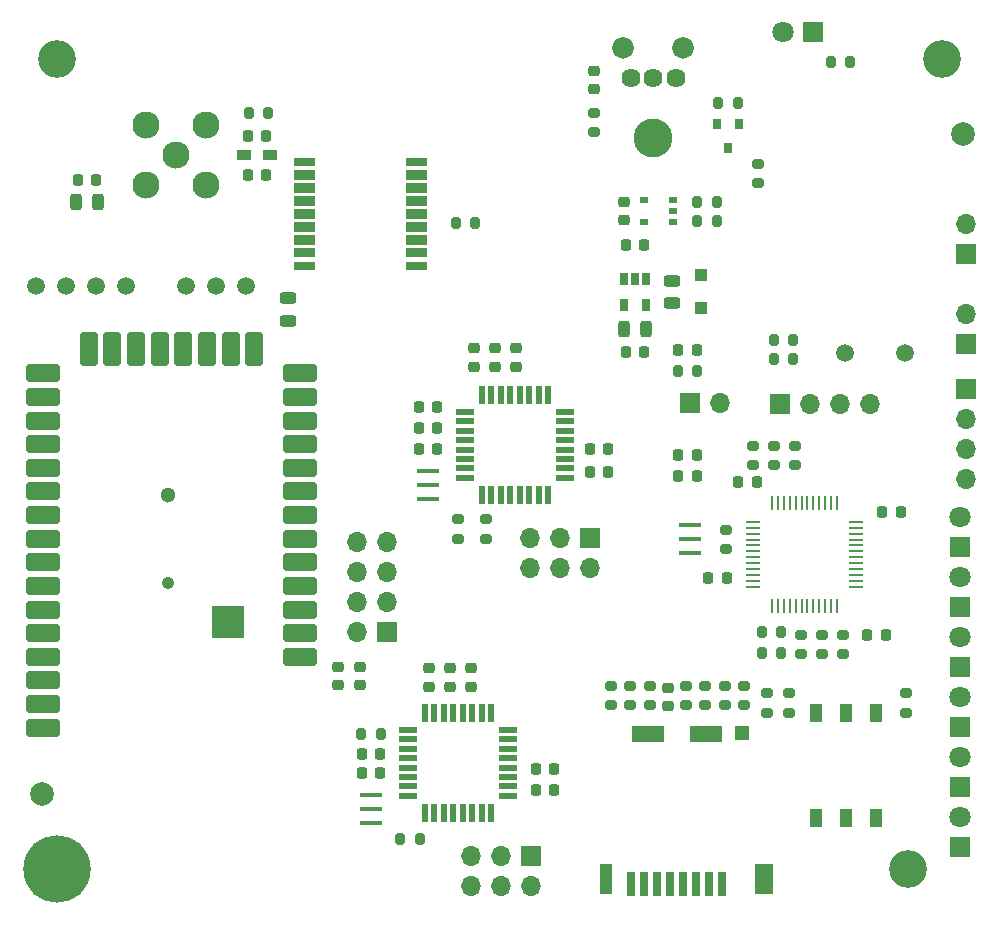
<source format=gbr>
G04 #@! TF.GenerationSoftware,KiCad,Pcbnew,(6.0.7)*
G04 #@! TF.CreationDate,2022-09-05T18:06:52-05:00*
G04 #@! TF.ProjectId,control_pcb,636f6e74-726f-46c5-9f70-63622e6b6963,3.1*
G04 #@! TF.SameCoordinates,Original*
G04 #@! TF.FileFunction,Soldermask,Top*
G04 #@! TF.FilePolarity,Negative*
%FSLAX46Y46*%
G04 Gerber Fmt 4.6, Leading zero omitted, Abs format (unit mm)*
G04 Created by KiCad (PCBNEW (6.0.7)) date 2022-09-05 18:06:52*
%MOMM*%
%LPD*%
G01*
G04 APERTURE LIST*
G04 Aperture macros list*
%AMRoundRect*
0 Rectangle with rounded corners*
0 $1 Rounding radius*
0 $2 $3 $4 $5 $6 $7 $8 $9 X,Y pos of 4 corners*
0 Add a 4 corners polygon primitive as box body*
4,1,4,$2,$3,$4,$5,$6,$7,$8,$9,$2,$3,0*
0 Add four circle primitives for the rounded corners*
1,1,$1+$1,$2,$3*
1,1,$1+$1,$4,$5*
1,1,$1+$1,$6,$7*
1,1,$1+$1,$8,$9*
0 Add four rect primitives between the rounded corners*
20,1,$1+$1,$2,$3,$4,$5,0*
20,1,$1+$1,$4,$5,$6,$7,0*
20,1,$1+$1,$6,$7,$8,$9,0*
20,1,$1+$1,$8,$9,$2,$3,0*%
G04 Aperture macros list end*
%ADD10O,1.700000X1.700000*%
%ADD11R,1.700000X1.700000*%
%ADD12R,0.250000X1.300000*%
%ADD13R,1.300000X0.250000*%
%ADD14R,0.700000X2.000000*%
%ADD15R,1.000000X2.600000*%
%ADD16R,1.500000X2.600000*%
%ADD17R,2.700000X1.400000*%
%ADD18R,1.200000X1.200000*%
%ADD19RoundRect,0.225000X0.250000X-0.225000X0.250000X0.225000X-0.250000X0.225000X-0.250000X-0.225000X0*%
%ADD20RoundRect,0.200000X0.275000X-0.200000X0.275000X0.200000X-0.275000X0.200000X-0.275000X-0.200000X0*%
%ADD21RoundRect,0.200000X-0.275000X0.200000X-0.275000X-0.200000X0.275000X-0.200000X0.275000X0.200000X0*%
%ADD22RoundRect,0.225000X0.225000X0.250000X-0.225000X0.250000X-0.225000X-0.250000X0.225000X-0.250000X0*%
%ADD23C,2.300000*%
%ADD24C,1.050000*%
%ADD25C,1.300000*%
%ADD26C,1.500000*%
%ADD27R,1.200000X0.900000*%
%ADD28C,1.620000*%
%ADD29C,1.830000*%
%ADD30C,3.300000*%
%ADD31R,0.800000X0.550000*%
%ADD32R,1.800000X0.700000*%
%ADD33R,1.800000X0.800000*%
%ADD34C,3.200000*%
%ADD35C,5.700000*%
%ADD36R,1.100000X1.500000*%
%ADD37R,0.800000X0.900000*%
%ADD38RoundRect,0.218750X0.218750X0.256250X-0.218750X0.256250X-0.218750X-0.256250X0.218750X-0.256250X0*%
%ADD39RoundRect,0.218750X-0.218750X-0.256250X0.218750X-0.256250X0.218750X0.256250X-0.218750X0.256250X0*%
%ADD40RoundRect,0.243750X-0.456250X0.243750X-0.456250X-0.243750X0.456250X-0.243750X0.456250X0.243750X0*%
%ADD41RoundRect,0.243750X0.243750X0.456250X-0.243750X0.456250X-0.243750X-0.456250X0.243750X-0.456250X0*%
%ADD42R,1.100000X1.100000*%
%ADD43RoundRect,0.200000X-0.200000X-0.275000X0.200000X-0.275000X0.200000X0.275000X-0.200000X0.275000X0*%
%ADD44RoundRect,0.218750X-0.256250X0.218750X-0.256250X-0.218750X0.256250X-0.218750X0.256250X0.218750X0*%
%ADD45R,1.600000X0.550000*%
%ADD46R,0.550000X1.600000*%
%ADD47R,0.650000X1.060000*%
%ADD48R,1.900000X0.400000*%
%ADD49RoundRect,0.225000X-0.225000X-0.250000X0.225000X-0.250000X0.225000X0.250000X-0.225000X0.250000X0*%
%ADD50RoundRect,0.225000X-0.250000X0.225000X-0.250000X-0.225000X0.250000X-0.225000X0.250000X0.225000X0*%
%ADD51C,2.000000*%
%ADD52RoundRect,0.200000X0.200000X0.275000X-0.200000X0.275000X-0.200000X-0.275000X0.200000X-0.275000X0*%
%ADD53RoundRect,0.152000X1.248000X0.608000X-1.248000X0.608000X-1.248000X-0.608000X1.248000X-0.608000X0*%
%ADD54RoundRect,0.152000X0.608000X1.248000X-0.608000X1.248000X-0.608000X-1.248000X0.608000X-1.248000X0*%
%ADD55RoundRect,0.279000X1.116000X1.116000X-1.116000X1.116000X-1.116000X-1.116000X1.116000X-1.116000X0*%
%ADD56R,1.800000X1.800000*%
%ADD57C,1.800000*%
%ADD58C,1.509000*%
G04 APERTURE END LIST*
G36*
X99274000Y-118161000D02*
G01*
X97474000Y-118161000D01*
X97474000Y-117461000D01*
X99274000Y-117461000D01*
X99274000Y-118161000D01*
G37*
G36*
X99274000Y-117111000D02*
G01*
X97474000Y-117111000D01*
X97474000Y-116311000D01*
X99274000Y-116311000D01*
X99274000Y-117111000D01*
G37*
G36*
X99274000Y-116011000D02*
G01*
X97474000Y-116011000D01*
X97474000Y-115211000D01*
X99274000Y-115211000D01*
X99274000Y-116011000D01*
G37*
G36*
X99274000Y-114911000D02*
G01*
X97474000Y-114911000D01*
X97474000Y-114111000D01*
X99274000Y-114111000D01*
X99274000Y-114911000D01*
G37*
G36*
X99274000Y-113811000D02*
G01*
X97474000Y-113811000D01*
X97474000Y-113011000D01*
X99274000Y-113011000D01*
X99274000Y-113811000D01*
G37*
G36*
X99274000Y-112711000D02*
G01*
X97474000Y-112711000D01*
X97474000Y-111911000D01*
X99274000Y-111911000D01*
X99274000Y-112711000D01*
G37*
G36*
X99274000Y-111611000D02*
G01*
X97474000Y-111611000D01*
X97474000Y-110811000D01*
X99274000Y-110811000D01*
X99274000Y-111611000D01*
G37*
G36*
X99274000Y-110511000D02*
G01*
X97474000Y-110511000D01*
X97474000Y-109711000D01*
X99274000Y-109711000D01*
X99274000Y-110511000D01*
G37*
G36*
X99274000Y-109361000D02*
G01*
X97474000Y-109361000D01*
X97474000Y-108661000D01*
X99274000Y-108661000D01*
X99274000Y-109361000D01*
G37*
G36*
X108774000Y-109361000D02*
G01*
X106974000Y-109361000D01*
X106974000Y-108661000D01*
X108774000Y-108661000D01*
X108774000Y-109361000D01*
G37*
G36*
X108774000Y-110511000D02*
G01*
X106974000Y-110511000D01*
X106974000Y-109711000D01*
X108774000Y-109711000D01*
X108774000Y-110511000D01*
G37*
G36*
X108774000Y-111611000D02*
G01*
X106974000Y-111611000D01*
X106974000Y-110811000D01*
X108774000Y-110811000D01*
X108774000Y-111611000D01*
G37*
G36*
X108774000Y-112711000D02*
G01*
X106974000Y-112711000D01*
X106974000Y-111911000D01*
X108774000Y-111911000D01*
X108774000Y-112711000D01*
G37*
G36*
X108774000Y-113811000D02*
G01*
X106974000Y-113811000D01*
X106974000Y-113011000D01*
X108774000Y-113011000D01*
X108774000Y-113811000D01*
G37*
G36*
X108774000Y-114911000D02*
G01*
X106974000Y-114911000D01*
X106974000Y-114111000D01*
X108774000Y-114111000D01*
X108774000Y-114911000D01*
G37*
G36*
X108774000Y-116011000D02*
G01*
X106974000Y-116011000D01*
X106974000Y-115211000D01*
X108774000Y-115211000D01*
X108774000Y-116011000D01*
G37*
G36*
X108774000Y-117111000D02*
G01*
X106974000Y-117111000D01*
X106974000Y-116311000D01*
X108774000Y-116311000D01*
X108774000Y-117111000D01*
G37*
G36*
X108774000Y-118161000D02*
G01*
X106974000Y-118161000D01*
X106974000Y-117461000D01*
X108774000Y-117461000D01*
X108774000Y-118161000D01*
G37*
D10*
X154432000Y-135890000D03*
X154432000Y-133350000D03*
X154432000Y-130810000D03*
D11*
X154432000Y-128270000D03*
D12*
X137966000Y-137890000D03*
X138466000Y-137890000D03*
X138966000Y-137890000D03*
X139466000Y-137890000D03*
X139966000Y-137890000D03*
X140466000Y-137890000D03*
X140966000Y-137890000D03*
X141466000Y-137890000D03*
X141966000Y-137890000D03*
X142466000Y-137890000D03*
X142966000Y-137890000D03*
X143466000Y-137890000D03*
D13*
X145066000Y-139490000D03*
X145066000Y-139990000D03*
X145066000Y-140490000D03*
X145066000Y-140990000D03*
X145066000Y-141490000D03*
X145066000Y-141990000D03*
X145066000Y-142490000D03*
X145066000Y-142990000D03*
X145066000Y-143490000D03*
X145066000Y-143990000D03*
X145066000Y-144490000D03*
X145066000Y-144990000D03*
D12*
X143466000Y-146590000D03*
X142966000Y-146590000D03*
X142466000Y-146590000D03*
X141966000Y-146590000D03*
X141466000Y-146590000D03*
X140966000Y-146590000D03*
X140466000Y-146590000D03*
X139966000Y-146590000D03*
X139466000Y-146590000D03*
X138966000Y-146590000D03*
X138466000Y-146590000D03*
X137966000Y-146590000D03*
D13*
X136366000Y-144990000D03*
X136366000Y-144490000D03*
X136366000Y-143990000D03*
X136366000Y-143490000D03*
X136366000Y-142990000D03*
X136366000Y-142490000D03*
X136366000Y-141990000D03*
X136366000Y-141490000D03*
X136366000Y-140990000D03*
X136366000Y-140490000D03*
X136366000Y-139990000D03*
X136366000Y-139490000D03*
D14*
X126042001Y-170195001D03*
X127142001Y-170195001D03*
X128242001Y-170195001D03*
X129342001Y-170195001D03*
X130442001Y-170195001D03*
X131542001Y-170195001D03*
X132642001Y-170195001D03*
X133742001Y-170195001D03*
D15*
X123942001Y-169695001D03*
D16*
X137292001Y-169695001D03*
D17*
X132342001Y-157495001D03*
X127442001Y-157495001D03*
D18*
X135392001Y-157395001D03*
D19*
X129159000Y-155080000D03*
X129159000Y-153530000D03*
D20*
X124333000Y-153353000D03*
X124333000Y-155003000D03*
X127635000Y-153353000D03*
X127635000Y-155003000D03*
X130683000Y-153353000D03*
X130683000Y-155003000D03*
X132334000Y-155003000D03*
X132334000Y-153353000D03*
X125984000Y-155003000D03*
X125984000Y-153353000D03*
X133985000Y-155003000D03*
X133985000Y-153353000D03*
D21*
X134112000Y-140145000D03*
X134112000Y-141795000D03*
D22*
X130035000Y-124968000D03*
X131585000Y-124968000D03*
X148857000Y-138684000D03*
X147307000Y-138684000D03*
D21*
X137541000Y-153988000D03*
X137541000Y-155638000D03*
D23*
X84963000Y-105918000D03*
X90043000Y-105918000D03*
X84963000Y-110998000D03*
X90043000Y-110998000D03*
X87503000Y-108458000D03*
D24*
X86868000Y-144695000D03*
D25*
X86868000Y-137245000D03*
D26*
X144185000Y-125222000D03*
X149185000Y-125222000D03*
D10*
X133604000Y-129413000D03*
D11*
X131064000Y-129413000D03*
X138684000Y-129540000D03*
D10*
X141224000Y-129540000D03*
X143764000Y-129540000D03*
X146304000Y-129540000D03*
D27*
X95461000Y-108458000D03*
X93261000Y-108458000D03*
D28*
X129797001Y-101887001D03*
X127892001Y-101887001D03*
X125987001Y-101887001D03*
D29*
X125352001Y-99347001D03*
X130432001Y-99347001D03*
D30*
X127892001Y-106967001D03*
D31*
X129550000Y-114114001D03*
X129550000Y-113164001D03*
X129550000Y-112214001D03*
X127150000Y-112214001D03*
X127150000Y-114114001D03*
D32*
X107874000Y-117811000D03*
D33*
X107874000Y-116711000D03*
X107874000Y-115611000D03*
X107874000Y-114511000D03*
X107874000Y-113411000D03*
X107874000Y-112311000D03*
X107874000Y-111211000D03*
X107874000Y-110111000D03*
D32*
X107874000Y-109011000D03*
X98374000Y-109011000D03*
D33*
X98374000Y-110111000D03*
X98374000Y-111211000D03*
X98374000Y-112311000D03*
X98374000Y-113411000D03*
X98374000Y-114511000D03*
X98374000Y-115611000D03*
X98374000Y-116711000D03*
D32*
X98374000Y-117811000D03*
D34*
X77470000Y-100330000D03*
X152400000Y-100330000D03*
X149479000Y-168910000D03*
D35*
X77470000Y-168910000D03*
D36*
X141732000Y-164597000D03*
X144272000Y-164597000D03*
X146812000Y-164597000D03*
X146812000Y-155697000D03*
X144272000Y-155697000D03*
X141732000Y-155697000D03*
D37*
X134239000Y-107807000D03*
X133289000Y-105807000D03*
X135189000Y-105807000D03*
D38*
X108051500Y-133350000D03*
X109626500Y-133350000D03*
D39*
X122529500Y-135255000D03*
X124104500Y-135255000D03*
D38*
X108051500Y-131572000D03*
X109626500Y-131572000D03*
D39*
X124104500Y-133350000D03*
X122529500Y-133350000D03*
D38*
X104800500Y-159131000D03*
X103225500Y-159131000D03*
D39*
X119532500Y-162179000D03*
X117957500Y-162179000D03*
D38*
X104800500Y-160782000D03*
X103225500Y-160782000D03*
D39*
X117957500Y-160401000D03*
X119532500Y-160401000D03*
D40*
X129463800Y-119077500D03*
X129463800Y-120952500D03*
D41*
X125427500Y-123190000D03*
X127302500Y-123190000D03*
D38*
X127152500Y-125095000D03*
X125577500Y-125095000D03*
D42*
X131927600Y-118615000D03*
X131927600Y-121415000D03*
D11*
X122555000Y-140843000D03*
D10*
X122555000Y-143383000D03*
X120015000Y-140843000D03*
X120015000Y-143383000D03*
X117475000Y-140843000D03*
X117475000Y-143383000D03*
X112522000Y-170307000D03*
X112522000Y-167767000D03*
X115062000Y-170307000D03*
X115062000Y-167767000D03*
X117602000Y-170307000D03*
D11*
X117602000Y-167767000D03*
D43*
X138747000Y-148844000D03*
X137097000Y-148844000D03*
X137097000Y-150622000D03*
X138747000Y-150622000D03*
D38*
X131597500Y-133858000D03*
X130022500Y-133858000D03*
X131597500Y-135636000D03*
X130022500Y-135636000D03*
D43*
X142939000Y-100584000D03*
X144589000Y-100584000D03*
D44*
X116332000Y-124815500D03*
X116332000Y-126390500D03*
X114554000Y-126390500D03*
X114554000Y-124815500D03*
X112776000Y-124815500D03*
X112776000Y-126390500D03*
D39*
X109626500Y-129794000D03*
X108051500Y-129794000D03*
D20*
X111379000Y-139256000D03*
X111379000Y-140906000D03*
X113792000Y-140906000D03*
X113792000Y-139256000D03*
D44*
X112522000Y-153441500D03*
X112522000Y-151866500D03*
X110744000Y-151866500D03*
X110744000Y-153441500D03*
X108966000Y-153441500D03*
X108966000Y-151866500D03*
D43*
X104838000Y-157480000D03*
X103188000Y-157480000D03*
X106490000Y-166370000D03*
X108140000Y-166370000D03*
D38*
X127152500Y-116078000D03*
X125577500Y-116078000D03*
D45*
X111955000Y-130169000D03*
X111955000Y-130969000D03*
X111955000Y-131769000D03*
X111955000Y-132569000D03*
X111955000Y-133369000D03*
X111955000Y-134169000D03*
X111955000Y-134969000D03*
X111955000Y-135769000D03*
D46*
X113405000Y-137219000D03*
X114205000Y-137219000D03*
X115005000Y-137219000D03*
X115805000Y-137219000D03*
X116605000Y-137219000D03*
X117405000Y-137219000D03*
X118205000Y-137219000D03*
X119005000Y-137219000D03*
D45*
X120455000Y-135769000D03*
X120455000Y-134969000D03*
X120455000Y-134169000D03*
X120455000Y-133369000D03*
X120455000Y-132569000D03*
X120455000Y-131769000D03*
X120455000Y-130969000D03*
X120455000Y-130169000D03*
D46*
X119005000Y-128719000D03*
X118205000Y-128719000D03*
X117405000Y-128719000D03*
X116605000Y-128719000D03*
X115805000Y-128719000D03*
X115005000Y-128719000D03*
X114205000Y-128719000D03*
X113405000Y-128719000D03*
X108579000Y-155643000D03*
X109379000Y-155643000D03*
X110179000Y-155643000D03*
X110979000Y-155643000D03*
X111779000Y-155643000D03*
X112579000Y-155643000D03*
X113379000Y-155643000D03*
X114179000Y-155643000D03*
D45*
X115629000Y-157093000D03*
X115629000Y-157893000D03*
X115629000Y-158693000D03*
X115629000Y-159493000D03*
X115629000Y-160293000D03*
X115629000Y-161093000D03*
X115629000Y-161893000D03*
X115629000Y-162693000D03*
D46*
X114179000Y-164143000D03*
X113379000Y-164143000D03*
X112579000Y-164143000D03*
X111779000Y-164143000D03*
X110979000Y-164143000D03*
X110179000Y-164143000D03*
X109379000Y-164143000D03*
X108579000Y-164143000D03*
D45*
X107129000Y-162693000D03*
X107129000Y-161893000D03*
X107129000Y-161093000D03*
X107129000Y-160293000D03*
X107129000Y-159493000D03*
X107129000Y-158693000D03*
X107129000Y-157893000D03*
X107129000Y-157093000D03*
D47*
X127315000Y-118915000D03*
X126365000Y-118915000D03*
X125415000Y-118915000D03*
X125415000Y-121115000D03*
X127315000Y-121115000D03*
D48*
X131064000Y-139770000D03*
X131064000Y-140970000D03*
X131064000Y-142170000D03*
X108839000Y-135198000D03*
X108839000Y-136398000D03*
X108839000Y-137598000D03*
X104013000Y-165030000D03*
X104013000Y-163830000D03*
X104013000Y-162630000D03*
D49*
X136665000Y-136144000D03*
X135115000Y-136144000D03*
D22*
X146037000Y-149098000D03*
X147587000Y-149098000D03*
D49*
X132575000Y-144272000D03*
X134125000Y-144272000D03*
D50*
X103124000Y-153302000D03*
X103124000Y-151752000D03*
X101219000Y-151752000D03*
X101219000Y-153302000D03*
X122936000Y-102883000D03*
X122936000Y-101333000D03*
D19*
X125476000Y-112382000D03*
X125476000Y-113932000D03*
D49*
X93586000Y-110109000D03*
X95136000Y-110109000D03*
X93586000Y-106807000D03*
X95136000Y-106807000D03*
D51*
X154178000Y-106680000D03*
X76200000Y-162560000D03*
D11*
X154432000Y-124460000D03*
D10*
X154432000Y-121920000D03*
X154432000Y-114300000D03*
D11*
X154432000Y-116840000D03*
D43*
X131635000Y-126746000D03*
X129985000Y-126746000D03*
D52*
X139763000Y-124079000D03*
X138113000Y-124079000D03*
D43*
X139779001Y-125734001D03*
X138129001Y-125734001D03*
D21*
X138176000Y-133033000D03*
X138176000Y-134683000D03*
D20*
X144018000Y-149035000D03*
X144018000Y-150685000D03*
D21*
X139954000Y-134683000D03*
X139954000Y-133033000D03*
D20*
X142240000Y-150685000D03*
X142240000Y-149035000D03*
X136398000Y-133033000D03*
X136398000Y-134683000D03*
D21*
X140462000Y-149035000D03*
X140462000Y-150685000D03*
X149352000Y-155638000D03*
X149352000Y-153988000D03*
X139446000Y-153988000D03*
X139446000Y-155638000D03*
D20*
X135636000Y-155003000D03*
X135636000Y-153353000D03*
X122936000Y-106489000D03*
X122936000Y-104839000D03*
X136779000Y-109157000D03*
X136779000Y-110807000D03*
D52*
X135064000Y-104013000D03*
X133414000Y-104013000D03*
X133286000Y-114046000D03*
X131636000Y-114046000D03*
X131636000Y-112395000D03*
X133286000Y-112395000D03*
D43*
X95313000Y-104902000D03*
X93663000Y-104902000D03*
X112839000Y-114173000D03*
X111189000Y-114173000D03*
D11*
X105410000Y-148844000D03*
D10*
X102870000Y-148844000D03*
X105410000Y-146304000D03*
X102870000Y-146304000D03*
X105410000Y-143764000D03*
X102870000Y-143764000D03*
X105410000Y-141224000D03*
X102870000Y-141224000D03*
D53*
X97972000Y-150922000D03*
X97972000Y-148922000D03*
X97972000Y-146922000D03*
X97972000Y-144922000D03*
X97972000Y-142922000D03*
X97972000Y-140922000D03*
X97972000Y-138922000D03*
X97972000Y-136922000D03*
X97972000Y-134922000D03*
X97972000Y-132922000D03*
X97972000Y-130922000D03*
X97972000Y-128922000D03*
X97972000Y-126922000D03*
X76272000Y-126922000D03*
X76272000Y-128922000D03*
X76272000Y-130922000D03*
X76272000Y-132922000D03*
X76272000Y-134922000D03*
X76272000Y-136922000D03*
X76272000Y-138922000D03*
X76272000Y-140922000D03*
X76272000Y-142922000D03*
X76272000Y-144922000D03*
X76272000Y-146922000D03*
X76272000Y-148922000D03*
X76272000Y-150922000D03*
X76272000Y-152922000D03*
X76272000Y-154922000D03*
X76272000Y-156922000D03*
D54*
X94122000Y-124842000D03*
X92122000Y-124842000D03*
X90122000Y-124842000D03*
X88122000Y-124842000D03*
X86122000Y-124842000D03*
X84122000Y-124842000D03*
X82122000Y-124842000D03*
X80122000Y-124842000D03*
D55*
X91877000Y-147957000D03*
D40*
X97028000Y-120576100D03*
X97028000Y-122451100D03*
D41*
X79021700Y-112420400D03*
X80896700Y-112420400D03*
D38*
X80746700Y-110540800D03*
X79171700Y-110540800D03*
D56*
X153924000Y-141605000D03*
D57*
X153924000Y-139065000D03*
X153924000Y-144145000D03*
D56*
X153924000Y-146685000D03*
X141478000Y-98044000D03*
D57*
X138938000Y-98044000D03*
D56*
X153924000Y-156845000D03*
D57*
X153924000Y-154305000D03*
X153924000Y-149225000D03*
D56*
X153924000Y-151765000D03*
X153924000Y-167005000D03*
D57*
X153924000Y-164465000D03*
X153924000Y-159385000D03*
D56*
X153924000Y-161925000D03*
D58*
X93446000Y-119533200D03*
X90906000Y-119533200D03*
X88366000Y-119533200D03*
X83286000Y-119533200D03*
X80746000Y-119533200D03*
X78206000Y-119533200D03*
X75666000Y-119533200D03*
M02*

</source>
